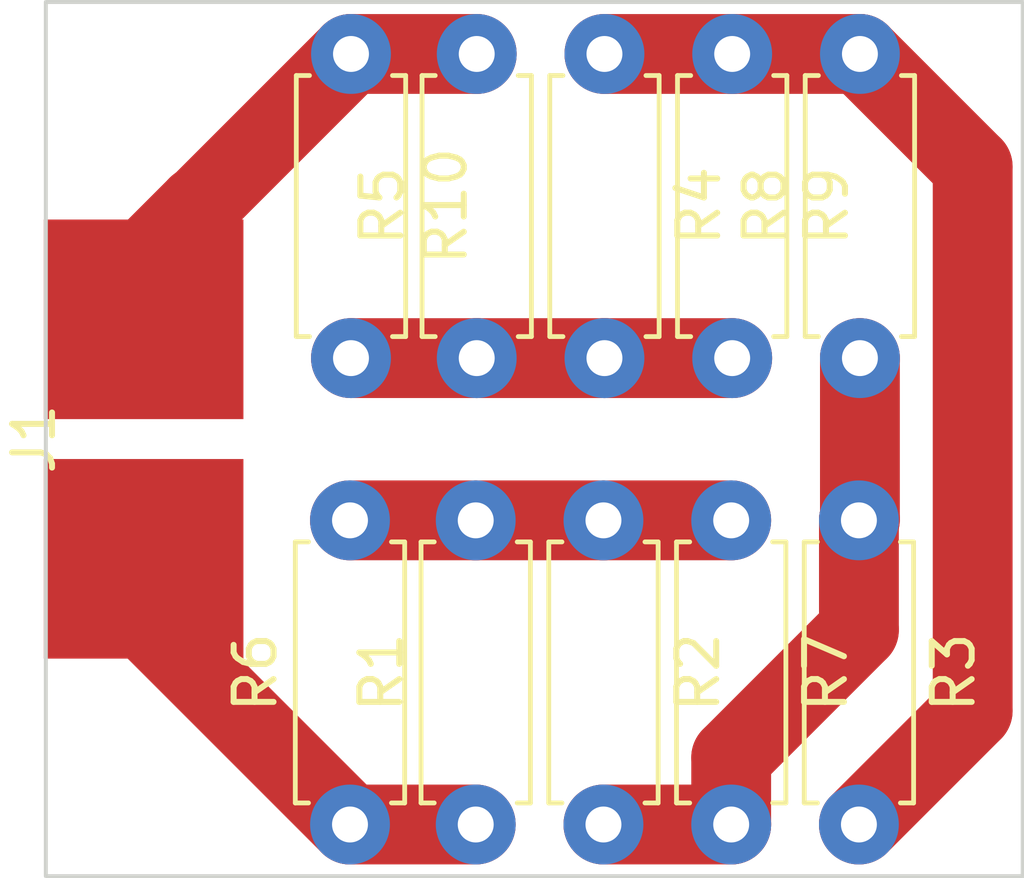
<source format=kicad_pcb>
(kicad_pcb (version 20211014) (generator pcbnew)
  (layers (0 "F.Cu" signal) (31 "B.Cu" signal) (34 "B.Paste" user) (35 "F.Paste" user) (36 "B.SilkS" user "B.Silkscreen") (37 "F.SilkS" user "F.Silkscreen") (38 "B.Mask" user) (39 "F.Mask" user) (44 "Edge.Cuts" user))
  (net 0 "")
  (net 1 "Net-(J1-Pad1)")
  (net 2 "Net-(J1-Pad2)")
  (net 3 "Net-(R1-Pad2)")
  (net 4 "Net-(R2-Pad2)")
  (net 5 "Net-(R3-Pad2)")
  (net 6 "Net-(R10-Pad2)")
  (footprint "Resistor_THT:R_Axial_DIN0207_L6.3mm_D2.5mm_P7.62mm_Horizontal" (layer "F.Cu") (at 67.97 40.386 -90)
    (fp_text reference "R7" (at 3.81 -2.37 90) (layer "F.SilkS"))
    (fp_text value "10")
    (fp_line (start 7.08 1.37) (end 7.08 1.04) (layer "F.SilkS") (width 0.12))
    (fp_line (start 0.54 1.04) (end 0.54 1.37) (layer "F.SilkS") (width 0.12))
    (fp_line (start 0.54 1.37) (end 7.08 1.37) (layer "F.SilkS") (width 0.12))
    (fp_line (start 7.08 -1.37) (end 7.08 -1.04) (layer "F.SilkS") (width 0.12))
    (fp_line (start 0.54 -1.04) (end 0.54 -1.37) (layer "F.SilkS") (width 0.12))
    (fp_line (start 0.54 -1.37) (end 7.08 -1.37) (layer "F.SilkS") (width 0.12))
    (pad "1" thru_hole circle (at 0 0 270) (size 2 2) (drill 0.9) (layers *.Cu *.Mask) (net 3 "Net-(R1-Pad2)"))
    (pad "2" thru_hole circle (at 7.62 0 270) (size 2 2) (drill 0.9) (layers *.Cu *.Mask) (net 4 "Net-(R2-Pad2)"))
  )
  (footprint "Resistor_THT:R_Axial_DIN0207_L6.3mm_D2.5mm_P7.62mm_Horizontal" (layer "F.Cu") (at 58.42 48.006 90)
    (fp_text reference "R6" (at 3.81 -2.37 90) (layer "F.SilkS"))
    (fp_text value "10")
    (fp_line (start 0.54 1.37) (end 7.08 1.37) (layer "F.SilkS") (width 0.12))
    (fp_line (start 7.08 1.37) (end 7.08 1.04) (layer "F.SilkS") (width 0.12))
    (fp_line (start 0.54 1.04) (end 0.54 1.37) (layer "F.SilkS") (width 0.12))
    (fp_line (start 7.08 -1.37) (end 7.08 -1.04) (layer "F.SilkS") (width 0.12))
    (fp_line (start 0.54 -1.04) (end 0.54 -1.37) (layer "F.SilkS") (width 0.12))
    (fp_line (start 0.54 -1.37) (end 7.08 -1.37) (layer "F.SilkS") (width 0.12))
    (pad "1" thru_hole circle (at 0 0 90) (size 2 2) (drill 0.9) (layers *.Cu *.Mask) (net 1 "Net-(J1-Pad1)"))
    (pad "2" thru_hole circle (at 7.62 0 90) (size 2 2) (drill 0.9) (layers *.Cu *.Mask) (net 3 "Net-(R1-Pad2)"))
  )
  (footprint "Resistor_THT:R_Axial_DIN0207_L6.3mm_D2.5mm_P7.62mm_Horizontal" (layer "F.Cu") (at 71.195 36.322 90)
    (fp_text reference "R8" (at 3.81 -2.37 90) (layer "F.SilkS"))
    (fp_text value "10")
    (fp_line (start 7.08 -1.37) (end 7.08 -1.04) (layer "F.SilkS") (width 0.12))
    (fp_line (start 0.54 -1.04) (end 0.54 -1.37) (layer "F.SilkS") (width 0.12))
    (fp_line (start 0.54 1.04) (end 0.54 1.37) (layer "F.SilkS") (width 0.12))
    (fp_line (start 0.54 -1.37) (end 7.08 -1.37) (layer "F.SilkS") (width 0.12))
    (fp_line (start 7.08 1.37) (end 7.08 1.04) (layer "F.SilkS") (width 0.12))
    (fp_line (start 0.54 1.37) (end 7.08 1.37) (layer "F.SilkS") (width 0.12))
    (pad "1" thru_hole circle (at 0 0 90) (size 2 2) (drill 0.9) (layers *.Cu *.Mask) (net 4 "Net-(R2-Pad2)"))
    (pad "2" thru_hole circle (at 7.62 0 90) (size 2 2) (drill 0.9) (layers *.Cu *.Mask) (net 5 "Net-(R3-Pad2)"))
  )
  (footprint "Resistor_THT:R_Axial_DIN0207_L6.3mm_D2.5mm_P7.62mm_Horizontal" (layer "F.Cu") (at 61.595 36.322 90)
    (fp_text reference "R5" (at 3.81 -2.37 90) (layer "F.SilkS"))
    (fp_text value "10")
    (fp_line (start 0.54 1.37) (end 7.08 1.37) (layer "F.SilkS") (width 0.12))
    (fp_line (start 7.08 1.37) (end 7.08 1.04) (layer "F.SilkS") (width 0.12))
    (fp_line (start 0.54 -1.04) (end 0.54 -1.37) (layer "F.SilkS") (width 0.12))
    (fp_line (start 0.54 -1.37) (end 7.08 -1.37) (layer "F.SilkS") (width 0.12))
    (fp_line (start 0.54 1.04) (end 0.54 1.37) (layer "F.SilkS") (width 0.12))
    (fp_line (start 7.08 -1.37) (end 7.08 -1.04) (layer "F.SilkS") (width 0.12))
    (pad "1" thru_hole circle (at 0 0 90) (size 2 2) (drill 0.9) (layers *.Cu *.Mask) (net 6 "Net-(R10-Pad2)"))
    (pad "2" thru_hole circle (at 7.62 0 90) (size 2 2) (drill 0.9) (layers *.Cu *.Mask) (net 2 "Net-(J1-Pad2)"))
  )
  (footprint "Resistor_THT:R_Axial_DIN0207_L6.3mm_D2.5mm_P7.62mm_Horizontal" (layer "F.Cu") (at 64.795 28.702 -90)
    (fp_text reference "R4" (at 3.81 -2.37 90) (layer "F.SilkS"))
    (fp_text value "10")
    (fp_line (start 0.54 1.04) (end 0.54 1.37) (layer "F.SilkS") (width 0.12))
    (fp_line (start 7.08 -1.37) (end 7.08 -1.04) (layer "F.SilkS") (width 0.12))
    (fp_line (start 7.08 1.37) (end 7.08 1.04) (layer "F.SilkS") (width 0.12))
    (fp_line (start 0.54 -1.37) (end 7.08 -1.37) (layer "F.SilkS") (width 0.12))
    (fp_line (start 0.54 1.37) (end 7.08 1.37) (layer "F.SilkS") (width 0.12))
    (fp_line (start 0.54 -1.04) (end 0.54 -1.37) (layer "F.SilkS") (width 0.12))
    (pad "1" thru_hole circle (at 0 0 270) (size 2 2) (drill 0.9) (layers *.Cu *.Mask) (net 5 "Net-(R3-Pad2)"))
    (pad "2" thru_hole circle (at 7.62 0 270) (size 2 2) (drill 0.9) (layers *.Cu *.Mask) (net 6 "Net-(R10-Pad2)"))
  )
  (footprint "Resistor_THT:R_Axial_DIN0207_L6.3mm_D2.5mm_P7.62mm_Horizontal" (layer "F.Cu") (at 71.17 40.386 -90)
    (fp_text reference "R3" (at 3.81 -2.37 90) (layer "F.SilkS"))
    (fp_text value "10")
    (fp_line (start 0.54 1.37) (end 7.08 1.37) (layer "F.SilkS") (width 0.12))
    (fp_line (start 0.54 1.04) (end 0.54 1.37) (layer "F.SilkS") (width 0.12))
    (fp_line (start 7.08 -1.37) (end 7.08 -1.04) (layer "F.SilkS") (width 0.12))
    (fp_line (start 0.54 -1.04) (end 0.54 -1.37) (layer "F.SilkS") (width 0.12))
    (fp_line (start 7.08 1.37) (end 7.08 1.04) (layer "F.SilkS") (width 0.12))
    (fp_line (start 0.54 -1.37) (end 7.08 -1.37) (layer "F.SilkS") (width 0.12))
    (pad "1" thru_hole circle (at 0 0 270) (size 2 2) (drill 0.9) (layers *.Cu *.Mask) (net 4 "Net-(R2-Pad2)"))
    (pad "2" thru_hole circle (at 7.62 0 270) (size 2 2) (drill 0.9) (layers *.Cu *.Mask) (net 5 "Net-(R3-Pad2)"))
  )
  (footprint "Resistor_THT:R_Axial_DIN0207_L6.3mm_D2.5mm_P7.62mm_Horizontal" (layer "F.Cu") (at 58.445 28.702 -90)
    (fp_text reference "R10" (at 3.81 -2.37 90) (layer "F.SilkS"))
    (fp_text value "10")
    (fp_line (start 0.54 -1.37) (end 7.08 -1.37) (layer "F.SilkS") (width 0.12))
    (fp_line (start 7.08 -1.37) (end 7.08 -1.04) (layer "F.SilkS") (width 0.12))
    (fp_line (start 0.54 1.37) (end 7.08 1.37) (layer "F.SilkS") (width 0.12))
    (fp_line (start 7.08 1.37) (end 7.08 1.04) (layer "F.SilkS") (width 0.12))
    (fp_line (start 0.54 -1.04) (end 0.54 -1.37) (layer "F.SilkS") (width 0.12))
    (fp_line (start 0.54 1.04) (end 0.54 1.37) (layer "F.SilkS") (width 0.12))
    (pad "1" thru_hole circle (at 0 0 270) (size 2 2) (drill 0.9) (layers *.Cu *.Mask) (net 2 "Net-(J1-Pad2)"))
    (pad "2" thru_hole circle (at 7.62 0 270) (size 2 2) (drill 0.9) (layers *.Cu *.Mask) (net 6 "Net-(R10-Pad2)"))
  )
  (footprint "Resistor_THT:R_Axial_DIN0207_L6.3mm_D2.5mm_P7.62mm_Horizontal" (layer "F.Cu") (at 61.57 48.006 90)
    (fp_text reference "R1" (at 3.81 -2.37 90) (layer "F.SilkS"))
    (fp_text value "10")
    (fp_line (start 0.54 -1.37) (end 7.08 -1.37) (layer "F.SilkS") (width 0.12))
    (fp_line (start 0.54 -1.04) (end 0.54 -1.37) (layer "F.SilkS") (width 0.12))
    (fp_line (start 0.54 1.04) (end 0.54 1.37) (layer "F.SilkS") (width 0.12))
    (fp_line (start 7.08 1.37) (end 7.08 1.04) (layer "F.SilkS") (width 0.12))
    (fp_line (start 7.08 -1.37) (end 7.08 -1.04) (layer "F.SilkS") (width 0.12))
    (fp_line (start 0.54 1.37) (end 7.08 1.37) (layer "F.SilkS") (width 0.12))
    (pad "1" thru_hole circle (at 0 0 90) (size 2 2) (drill 0.9) (layers *.Cu *.Mask) (net 1 "Net-(J1-Pad1)"))
    (pad "2" thru_hole circle (at 7.62 0 90) (size 2 2) (drill 0.9) (layers *.Cu *.Mask) (net 3 "Net-(R1-Pad2)"))
  )
  (footprint "Resistor_THT:R_Axial_DIN0207_L6.3mm_D2.5mm_P7.62mm_Horizontal" (layer "F.Cu") (at 64.77 40.386 -90)
    (fp_text reference "R2" (at 3.81 -2.37 90) (layer "F.SilkS"))
    (fp_text value "10")
    (fp_line (start 0.54 -1.37) (end 7.08 -1.37) (layer "F.SilkS") (width 0.12))
    (fp_line (start 0.54 -1.04) (end 0.54 -1.37) (layer "F.SilkS") (width 0.12))
    (fp_line (start 0.54 1.04) (end 0.54 1.37) (layer "F.SilkS") (width 0.12))
    (fp_line (start 7.08 1.37) (end 7.08 1.04) (layer "F.SilkS") (width 0.12))
    (fp_line (start 7.08 -1.37) (end 7.08 -1.04) (layer "F.SilkS") (width 0.12))
    (fp_line (start 0.54 1.37) (end 7.08 1.37) (layer "F.SilkS") (width 0.12))
    (pad "1" thru_hole circle (at 0 0 270) (size 2 2) (drill 0.9) (layers *.Cu *.Mask) (net 3 "Net-(R1-Pad2)"))
    (pad "2" thru_hole circle (at 7.62 0 270) (size 2 2) (drill 0.9) (layers *.Cu *.Mask) (net 4 "Net-(R2-Pad2)"))
  )
  (footprint "Connector_Wire:SolderWire-1.5sqmm_1x02_P6mm_D1.7mm_OD3mm" (layer "F.Cu") (at 53.25 41.35 90)
    (fp_text reference "J1" (at 3 -2.75 90) (layer "F.SilkS"))
    (fp_text value "Conn_01x02_Female")
    (pad "1" smd rect (at 0 0 90) (size 5 5) (layers "F.Cu" "F.Paste" "F.Mask") (net 1 "Net-(J1-Pad1)"))
    (pad "2" smd rect (at 6 0 90) (size 5 5) (layers "F.Cu" "F.Paste" "F.Mask") (net 2 "Net-(J1-Pad2)"))
  )
  (footprint "Resistor_THT:R_Axial_DIN0207_L6.3mm_D2.5mm_P7.62mm_Horizontal" (layer "F.Cu") (at 67.995 28.702 -90)
    (fp_text reference "R9" (at 3.81 -2.37 90) (layer "F.SilkS"))
    (fp_text value "10")
    (fp_line (start 7.08 1.37) (end 7.08 1.04) (layer "F.SilkS") (width 0.12))
    (fp_line (start 0.54 1.04) (end 0.54 1.37) (layer "F.SilkS") (width 0.12))
    (fp_line (start 0.54 -1.37) (end 7.08 -1.37) (layer "F.SilkS") (width 0.12))
    (fp_line (start 0.54 1.37) (end 7.08 1.37) (layer "F.SilkS") (width 0.12))
    (fp_line (start 0.54 -1.04) (end 0.54 -1.37) (layer "F.SilkS") (width 0.12))
    (fp_line (start 7.08 -1.37) (end 7.08 -1.04) (layer "F.SilkS") (width 0.12))
    (pad "1" thru_hole circle (at 0 0 270) (size 2 2) (drill 0.9) (layers *.Cu *.Mask) (net 5 "Net-(R3-Pad2)"))
    (pad "2" thru_hole circle (at 7.62 0 270) (size 2 2) (drill 0.9) (layers *.Cu *.Mask) (net 6 "Net-(R10-Pad2)"))
  )
  (gr_rect (start 50.8 27.4) (end 75.274 49.3) (layer "Edge.Cuts") (width 0.1) (fill none))
  (segment (start 58.42 48.006) (end 61.57 48.006) (width 2) (layer "F.Cu") (net 1))
  (segment (start 53.25 41.35) (end 53.25 42.836) (width 2) (layer "F.Cu") (net 1))
  (segment (start 53.25 42.836) (end 58.42 48.006) (width 2) (layer "F.Cu") (net 1))
  (segment (start 54.635 32.512) (end 54.61 32.512) (width 2) (layer "F.Cu") (net 2))
  (segment (start 54.61 32.512) (end 53.25 33.872) (width 2) (layer "F.Cu") (net 2))
  (segment (start 53.25 33.872) (end 53.25 35.35) (width 2) (layer "F.Cu") (net 2))
  (segment (start 58.445 28.702) (end 54.635 32.512) (width 2) (layer "F.Cu") (net 2))
  (segment (start 58.445 28.702) (end 61.595 28.702) (width 2) (layer "F.Cu") (net 2))
  (segment (start 58.42 40.386) (end 61.57 40.386) (width 2) (layer "F.Cu") (net 3))
  (segment (start 61.57 40.386) (end 64.77 40.386) (width 2) (layer "F.Cu") (net 3))
  (segment (start 64.77 40.386) (end 67.97 40.386) (width 2) (layer "F.Cu") (net 3))
  (segment (start 64.77 48.006) (end 67.97 48.006) (width 2) (layer "F.Cu") (net 4))
  (segment (start 71.195 36.322) (end 71.195 40.361) (width 2) (layer "F.Cu") (net 4))
  (segment (start 67.97 48.006) (end 67.97 46.33) (width 2) (layer "F.Cu") (net 4))
  (segment (start 71.195 40.361) (end 71.17 40.386) (width 2) (layer "F.Cu") (net 4))
  (segment (start 71.17 43.13) (end 71.17 40.386) (width 2) (layer "F.Cu") (net 4))
  (segment (start 67.97 46.33) (end 71.17 43.13) (width 2) (layer "F.Cu") (net 4))
  (segment (start 67.995 28.702) (end 71.195 28.702) (width 2) (layer "F.Cu") (net 5))
  (segment (start 74.02 31.527) (end 71.195 28.702) (width 2) (layer "F.Cu") (net 5))
  (segment (start 64.795 28.702) (end 67.995 28.702) (width 2) (layer "F.Cu") (net 5))
  (segment (start 74.02 45.156) (end 74.02 31.527) (width 2) (layer "F.Cu") (net 5))
  (segment (start 71.17 48.006) (end 74.02 45.156) (width 2) (layer "F.Cu") (net 5))
  (segment (start 64.795 36.322) (end 67.995 36.322) (width 2) (layer "F.Cu") (net 6))
  (segment (start 64.795 36.322) (end 61.595 36.322) (width 2) (layer "F.Cu") (net 6))
  (segment (start 58.445 36.322) (end 61.595 36.322) (width 2) (layer "F.Cu") (net 6))
)
</source>
